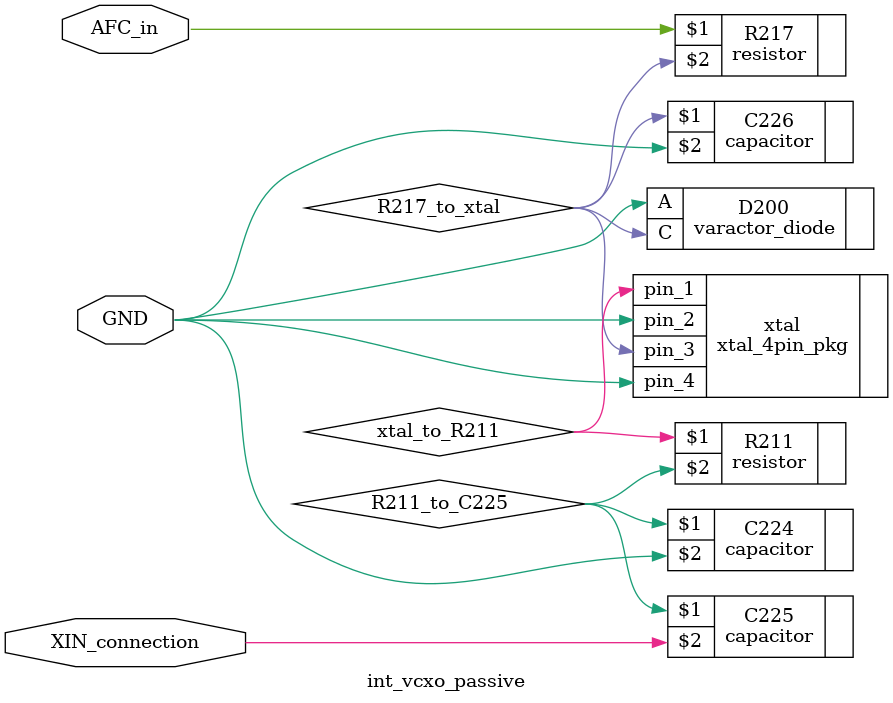
<source format=v>
/*
 * This module captures the mysterious all-passive circuit between Iota's
 * AFC output and Rita's XIN input as depicted on the Leonardo schematics.
 * This circuit defies understanding, but it appears in Openmoko's GSM
 * modem (unchanged from Leonardo) and that modem works, hence we deem
 * this voodoo circuit to be suitable for mindless copying w/o understanding...
 *
 * Note that C205 is not included here, as it's already been included
 * in the abb_block wrapper instead.
 */

module int_vcxo_passive (AFC_in, XIN_connection, GND);

input AFC_in, GND;
inout XIN_connection;

wire R217_to_xtal, xtal_to_R211, R211_to_C225;

resistor R217 (AFC_in, R217_to_xtal);
varactor_diode D200 (.C(R217_to_xtal), .A(GND));
capacitor C226 (R217_to_xtal, GND);
xtal_4pin_pkg xtal (.pin_1(xtal_to_R211), .pin_2(GND),
		    .pin_3(R217_to_xtal), .pin_4(GND));
resistor R211 (xtal_to_R211, R211_to_C225);
capacitor C224 (R211_to_C225, GND);
capacitor C225 (R211_to_C225, XIN_connection);

endmodule

</source>
